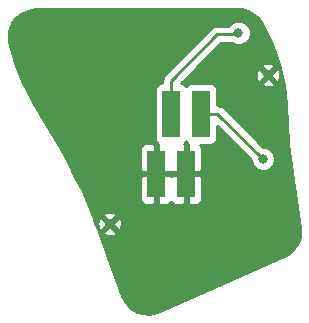
<source format=gbr>
G04 #@! TF.FileFunction,Copper,L2,Bot,Signal*
%FSLAX46Y46*%
G04 Gerber Fmt 4.6, Leading zero omitted, Abs format (unit mm)*
G04 Created by KiCad (PCBNEW (2015-07-06 BZR 5889)-product) date Wed 26 Aug 2015 12:38:22 PM CEST*
%MOMM*%
G01*
G04 APERTURE LIST*
%ADD10C,0.100000*%
%ADD11R,1.500000X4.000000*%
%ADD12C,0.800000*%
%ADD13C,0.250000*%
G04 APERTURE END LIST*
D10*
D11*
X152336500Y-100965000D03*
X149796500Y-100965000D03*
X151066500Y-106045000D03*
X148526500Y-106045000D03*
D12*
X155501100Y-94103600D03*
X158001100Y-97703600D03*
X157601100Y-104803600D03*
X144601100Y-110303600D03*
D13*
X148590000Y-106045000D02*
X148590000Y-104140000D01*
X153712500Y-100965000D02*
X157501100Y-104753600D01*
X152336500Y-100965000D02*
X153712500Y-100965000D01*
X153713900Y-94253600D02*
X155501100Y-94253600D01*
X149796500Y-100965000D02*
X149796500Y-98171000D01*
X149796500Y-98171000D02*
X153713900Y-94253600D01*
X149796500Y-100965000D02*
X149796500Y-102171500D01*
G36*
X155772502Y-92119861D02*
X156063213Y-92169808D01*
X156317896Y-92248405D01*
X156593857Y-92396154D01*
X156860788Y-92564393D01*
X157087076Y-92750500D01*
X157264546Y-92957601D01*
X157441658Y-93216211D01*
X158357065Y-95025006D01*
X158956573Y-96785491D01*
X159319468Y-98516641D01*
X159519455Y-100233009D01*
X159633897Y-101862711D01*
X159735419Y-103475524D01*
X159740837Y-103495956D01*
X159739323Y-103517036D01*
X160041784Y-105931050D01*
X160045497Y-105942217D01*
X160045057Y-105953978D01*
X160413771Y-108253981D01*
X160742167Y-110608528D01*
X160751201Y-110983506D01*
X160710530Y-111356628D01*
X160602240Y-111689537D01*
X160436719Y-112009677D01*
X160235174Y-112314119D01*
X159982927Y-112581205D01*
X159703679Y-112824726D01*
X159355632Y-113010432D01*
X148841052Y-117691823D01*
X148330089Y-117854464D01*
X147886680Y-117906288D01*
X147408656Y-117847901D01*
X146950737Y-117714359D01*
X146532100Y-117493001D01*
X146171652Y-117164552D01*
X145857353Y-116795114D01*
X145662743Y-116358014D01*
X144658678Y-113587513D01*
X144658445Y-113587128D01*
X144658377Y-113586686D01*
X143722295Y-111014240D01*
X144067237Y-111014240D01*
X144092354Y-111216492D01*
X144480428Y-111341691D01*
X144886874Y-111308851D01*
X145109846Y-111216492D01*
X145134963Y-111014240D01*
X144601100Y-110480377D01*
X144067237Y-111014240D01*
X143722295Y-111014240D01*
X143618394Y-110728711D01*
X143611871Y-110717959D01*
X143609504Y-110705608D01*
X143397296Y-110182928D01*
X143563009Y-110182928D01*
X143595849Y-110589374D01*
X143688208Y-110812346D01*
X143890460Y-110837463D01*
X144424323Y-110303600D01*
X144777877Y-110303600D01*
X145311740Y-110837463D01*
X145513992Y-110812346D01*
X145639191Y-110424272D01*
X145606351Y-110017826D01*
X145513992Y-109794854D01*
X145311740Y-109769737D01*
X144777877Y-110303600D01*
X144424323Y-110303600D01*
X144424323Y-110303600D01*
X143890460Y-109769737D01*
X143688208Y-109794854D01*
X143563009Y-110182928D01*
X143397296Y-110182928D01*
X143157769Y-109592960D01*
X144067237Y-109592960D01*
X144601100Y-110126823D01*
X145134963Y-109592960D01*
X145109846Y-109390708D01*
X144721772Y-109265509D01*
X144315326Y-109298349D01*
X144092354Y-109390708D01*
X144067237Y-109592960D01*
X143157769Y-109592960D01*
X142414477Y-107762198D01*
X142400232Y-107740551D01*
X142393440Y-107715540D01*
X141702499Y-106326250D01*
X147151500Y-106326250D01*
X147151500Y-108169320D01*
X147246651Y-108399034D01*
X147422466Y-108574850D01*
X147652180Y-108670000D01*
X148245250Y-108670000D01*
X148401500Y-108513750D01*
X148401500Y-106170000D01*
X148651500Y-106170000D01*
X148651500Y-108513750D01*
X148807750Y-108670000D01*
X149400820Y-108670000D01*
X149630534Y-108574850D01*
X149796500Y-108408883D01*
X149962466Y-108574850D01*
X150192180Y-108670000D01*
X150785250Y-108670000D01*
X150941500Y-108513750D01*
X150941500Y-106170000D01*
X151191500Y-106170000D01*
X151191500Y-108513750D01*
X151347750Y-108670000D01*
X151940820Y-108670000D01*
X152170534Y-108574850D01*
X152346349Y-108399034D01*
X152441500Y-108169320D01*
X152441500Y-106326250D01*
X152285250Y-106170000D01*
X151191500Y-106170000D01*
X150941500Y-106170000D01*
X150941500Y-106170000D01*
X149847750Y-106170000D01*
X149796500Y-106221250D01*
X149745250Y-106170000D01*
X148651500Y-106170000D01*
X148401500Y-106170000D01*
X148401500Y-106170000D01*
X147307750Y-106170000D01*
X147151500Y-106326250D01*
X141702499Y-106326250D01*
X140915421Y-104743659D01*
X140903890Y-104728736D01*
X140897953Y-104710835D01*
X140449095Y-103920680D01*
X147151500Y-103920680D01*
X147151500Y-105763750D01*
X147307750Y-105920000D01*
X148401500Y-105920000D01*
X148401500Y-103576250D01*
X148245250Y-103420000D01*
X147652180Y-103420000D01*
X147422466Y-103515150D01*
X147246651Y-103690966D01*
X147151500Y-103920680D01*
X140449095Y-103920680D01*
X140005027Y-103138959D01*
X139996976Y-103129648D01*
X139992684Y-103118111D01*
X139024975Y-101548561D01*
X138084313Y-99949006D01*
X137577741Y-98965000D01*
X148409256Y-98965000D01*
X148409256Y-102965000D01*
X148455493Y-103203310D01*
X148593081Y-103412763D01*
X148725562Y-103502188D01*
X148651500Y-103576250D01*
X148651500Y-105920000D01*
X149745250Y-105920000D01*
X149796500Y-105868750D01*
X149847750Y-105920000D01*
X150941500Y-105920000D01*
X150941500Y-103576250D01*
X150867161Y-103501911D01*
X150994263Y-103418419D01*
X151066499Y-103311404D01*
X151133081Y-103412763D01*
X151265562Y-103502188D01*
X151191500Y-103576250D01*
X151191500Y-105920000D01*
X152285250Y-105920000D01*
X152441500Y-105763750D01*
X152441500Y-103920680D01*
X152346349Y-103690966D01*
X152257628Y-103602244D01*
X153086500Y-103602244D01*
X153324810Y-103556007D01*
X153534263Y-103418419D01*
X153674469Y-103210709D01*
X153723744Y-102965000D01*
X153723744Y-102036904D01*
X156576025Y-104889185D01*
X156575922Y-105006591D01*
X156731641Y-105383457D01*
X157019726Y-105672046D01*
X157396320Y-105828422D01*
X157804091Y-105828778D01*
X158180957Y-105673059D01*
X158469546Y-105384974D01*
X158625922Y-105008380D01*
X158626278Y-104600609D01*
X158470559Y-104223743D01*
X158182474Y-103935154D01*
X157805880Y-103778778D01*
X157586747Y-103778587D01*
X154242830Y-100434670D01*
X153999513Y-100272090D01*
X153723744Y-100217237D01*
X153723744Y-98965000D01*
X153677507Y-98726690D01*
X153539919Y-98517237D01*
X153387333Y-98414240D01*
X157467237Y-98414240D01*
X157492354Y-98616492D01*
X157880428Y-98741691D01*
X158286874Y-98708851D01*
X158509846Y-98616492D01*
X158534963Y-98414240D01*
X158001100Y-97880377D01*
X157467237Y-98414240D01*
X153387333Y-98414240D01*
X153332209Y-98377031D01*
X153086500Y-98327756D01*
X151586500Y-98327756D01*
X151348190Y-98373993D01*
X151138737Y-98511581D01*
X151066501Y-98618596D01*
X150999919Y-98517237D01*
X150792209Y-98377031D01*
X150674695Y-98353465D01*
X151445232Y-97582928D01*
X156963009Y-97582928D01*
X156995849Y-97989374D01*
X157088208Y-98212346D01*
X157290460Y-98237463D01*
X157824323Y-97703600D01*
X158177877Y-97703600D01*
X158711740Y-98237463D01*
X158913992Y-98212346D01*
X159039191Y-97824272D01*
X159006351Y-97417826D01*
X158913992Y-97194854D01*
X158711740Y-97169737D01*
X158177877Y-97703600D01*
X157824323Y-97703600D01*
X157824323Y-97703600D01*
X157290460Y-97169737D01*
X157088208Y-97194854D01*
X156963009Y-97582928D01*
X151445232Y-97582928D01*
X152035200Y-96992960D01*
X157467237Y-96992960D01*
X158001100Y-97526823D01*
X158534963Y-96992960D01*
X158509846Y-96790708D01*
X158121772Y-96665509D01*
X157715326Y-96698349D01*
X157492354Y-96790708D01*
X157467237Y-96992960D01*
X152035200Y-96992960D01*
X154024560Y-95003600D01*
X154995716Y-95003600D01*
X155296320Y-95128422D01*
X155704091Y-95128778D01*
X156080957Y-94973059D01*
X156369546Y-94684974D01*
X156525922Y-94308380D01*
X156526278Y-93900609D01*
X156370559Y-93523743D01*
X156082474Y-93235154D01*
X155705880Y-93078778D01*
X155298109Y-93078422D01*
X154921243Y-93234141D01*
X154651313Y-93503600D01*
X153713900Y-93503600D01*
X153426887Y-93560690D01*
X153183570Y-93723270D01*
X149266170Y-97640670D01*
X149103590Y-97883987D01*
X149046500Y-98171000D01*
X149046500Y-98327756D01*
X148808190Y-98373993D01*
X148598737Y-98511581D01*
X148458531Y-98719291D01*
X148409256Y-98965000D01*
X137577741Y-98965000D01*
X137250431Y-98329208D01*
X136582527Y-96661704D01*
X136119613Y-94879237D01*
X136065077Y-94411179D01*
X136108728Y-93979621D01*
X136239264Y-93531375D01*
X136445063Y-93151256D01*
X136736806Y-92815442D01*
X137094320Y-92535758D01*
X137516554Y-92317188D01*
X137944361Y-92187343D01*
X138432947Y-92130502D01*
X155436402Y-92104803D01*
X155772502Y-92119861D01*
X155772502Y-92119861D01*
G37*
X155772502Y-92119861D02*
X156063213Y-92169808D01*
X156317896Y-92248405D01*
X156593857Y-92396154D01*
X156860788Y-92564393D01*
X157087076Y-92750500D01*
X157264546Y-92957601D01*
X157441658Y-93216211D01*
X158357065Y-95025006D01*
X158956573Y-96785491D01*
X159319468Y-98516641D01*
X159519455Y-100233009D01*
X159633897Y-101862711D01*
X159735419Y-103475524D01*
X159740837Y-103495956D01*
X159739323Y-103517036D01*
X160041784Y-105931050D01*
X160045497Y-105942217D01*
X160045057Y-105953978D01*
X160413771Y-108253981D01*
X160742167Y-110608528D01*
X160751201Y-110983506D01*
X160710530Y-111356628D01*
X160602240Y-111689537D01*
X160436719Y-112009677D01*
X160235174Y-112314119D01*
X159982927Y-112581205D01*
X159703679Y-112824726D01*
X159355632Y-113010432D01*
X148841052Y-117691823D01*
X148330089Y-117854464D01*
X147886680Y-117906288D01*
X147408656Y-117847901D01*
X146950737Y-117714359D01*
X146532100Y-117493001D01*
X146171652Y-117164552D01*
X145857353Y-116795114D01*
X145662743Y-116358014D01*
X144658678Y-113587513D01*
X144658445Y-113587128D01*
X144658377Y-113586686D01*
X143722295Y-111014240D01*
X144067237Y-111014240D01*
X144092354Y-111216492D01*
X144480428Y-111341691D01*
X144886874Y-111308851D01*
X145109846Y-111216492D01*
X145134963Y-111014240D01*
X144601100Y-110480377D01*
X144067237Y-111014240D01*
X143722295Y-111014240D01*
X143618394Y-110728711D01*
X143611871Y-110717959D01*
X143609504Y-110705608D01*
X143397296Y-110182928D01*
X143563009Y-110182928D01*
X143595849Y-110589374D01*
X143688208Y-110812346D01*
X143890460Y-110837463D01*
X144424323Y-110303600D01*
X144777877Y-110303600D01*
X145311740Y-110837463D01*
X145513992Y-110812346D01*
X145639191Y-110424272D01*
X145606351Y-110017826D01*
X145513992Y-109794854D01*
X145311740Y-109769737D01*
X144777877Y-110303600D01*
X144424323Y-110303600D01*
X144424323Y-110303600D01*
X143890460Y-109769737D01*
X143688208Y-109794854D01*
X143563009Y-110182928D01*
X143397296Y-110182928D01*
X143157769Y-109592960D01*
X144067237Y-109592960D01*
X144601100Y-110126823D01*
X145134963Y-109592960D01*
X145109846Y-109390708D01*
X144721772Y-109265509D01*
X144315326Y-109298349D01*
X144092354Y-109390708D01*
X144067237Y-109592960D01*
X143157769Y-109592960D01*
X142414477Y-107762198D01*
X142400232Y-107740551D01*
X142393440Y-107715540D01*
X141702499Y-106326250D01*
X147151500Y-106326250D01*
X147151500Y-108169320D01*
X147246651Y-108399034D01*
X147422466Y-108574850D01*
X147652180Y-108670000D01*
X148245250Y-108670000D01*
X148401500Y-108513750D01*
X148401500Y-106170000D01*
X148651500Y-106170000D01*
X148651500Y-108513750D01*
X148807750Y-108670000D01*
X149400820Y-108670000D01*
X149630534Y-108574850D01*
X149796500Y-108408883D01*
X149962466Y-108574850D01*
X150192180Y-108670000D01*
X150785250Y-108670000D01*
X150941500Y-108513750D01*
X150941500Y-106170000D01*
X151191500Y-106170000D01*
X151191500Y-108513750D01*
X151347750Y-108670000D01*
X151940820Y-108670000D01*
X152170534Y-108574850D01*
X152346349Y-108399034D01*
X152441500Y-108169320D01*
X152441500Y-106326250D01*
X152285250Y-106170000D01*
X151191500Y-106170000D01*
X150941500Y-106170000D01*
X150941500Y-106170000D01*
X149847750Y-106170000D01*
X149796500Y-106221250D01*
X149745250Y-106170000D01*
X148651500Y-106170000D01*
X148401500Y-106170000D01*
X148401500Y-106170000D01*
X147307750Y-106170000D01*
X147151500Y-106326250D01*
X141702499Y-106326250D01*
X140915421Y-104743659D01*
X140903890Y-104728736D01*
X140897953Y-104710835D01*
X140449095Y-103920680D01*
X147151500Y-103920680D01*
X147151500Y-105763750D01*
X147307750Y-105920000D01*
X148401500Y-105920000D01*
X148401500Y-103576250D01*
X148245250Y-103420000D01*
X147652180Y-103420000D01*
X147422466Y-103515150D01*
X147246651Y-103690966D01*
X147151500Y-103920680D01*
X140449095Y-103920680D01*
X140005027Y-103138959D01*
X139996976Y-103129648D01*
X139992684Y-103118111D01*
X139024975Y-101548561D01*
X138084313Y-99949006D01*
X137577741Y-98965000D01*
X148409256Y-98965000D01*
X148409256Y-102965000D01*
X148455493Y-103203310D01*
X148593081Y-103412763D01*
X148725562Y-103502188D01*
X148651500Y-103576250D01*
X148651500Y-105920000D01*
X149745250Y-105920000D01*
X149796500Y-105868750D01*
X149847750Y-105920000D01*
X150941500Y-105920000D01*
X150941500Y-103576250D01*
X150867161Y-103501911D01*
X150994263Y-103418419D01*
X151066499Y-103311404D01*
X151133081Y-103412763D01*
X151265562Y-103502188D01*
X151191500Y-103576250D01*
X151191500Y-105920000D01*
X152285250Y-105920000D01*
X152441500Y-105763750D01*
X152441500Y-103920680D01*
X152346349Y-103690966D01*
X152257628Y-103602244D01*
X153086500Y-103602244D01*
X153324810Y-103556007D01*
X153534263Y-103418419D01*
X153674469Y-103210709D01*
X153723744Y-102965000D01*
X153723744Y-102036904D01*
X156576025Y-104889185D01*
X156575922Y-105006591D01*
X156731641Y-105383457D01*
X157019726Y-105672046D01*
X157396320Y-105828422D01*
X157804091Y-105828778D01*
X158180957Y-105673059D01*
X158469546Y-105384974D01*
X158625922Y-105008380D01*
X158626278Y-104600609D01*
X158470559Y-104223743D01*
X158182474Y-103935154D01*
X157805880Y-103778778D01*
X157586747Y-103778587D01*
X154242830Y-100434670D01*
X153999513Y-100272090D01*
X153723744Y-100217237D01*
X153723744Y-98965000D01*
X153677507Y-98726690D01*
X153539919Y-98517237D01*
X153387333Y-98414240D01*
X157467237Y-98414240D01*
X157492354Y-98616492D01*
X157880428Y-98741691D01*
X158286874Y-98708851D01*
X158509846Y-98616492D01*
X158534963Y-98414240D01*
X158001100Y-97880377D01*
X157467237Y-98414240D01*
X153387333Y-98414240D01*
X153332209Y-98377031D01*
X153086500Y-98327756D01*
X151586500Y-98327756D01*
X151348190Y-98373993D01*
X151138737Y-98511581D01*
X151066501Y-98618596D01*
X150999919Y-98517237D01*
X150792209Y-98377031D01*
X150674695Y-98353465D01*
X151445232Y-97582928D01*
X156963009Y-97582928D01*
X156995849Y-97989374D01*
X157088208Y-98212346D01*
X157290460Y-98237463D01*
X157824323Y-97703600D01*
X158177877Y-97703600D01*
X158711740Y-98237463D01*
X158913992Y-98212346D01*
X159039191Y-97824272D01*
X159006351Y-97417826D01*
X158913992Y-97194854D01*
X158711740Y-97169737D01*
X158177877Y-97703600D01*
X157824323Y-97703600D01*
X157824323Y-97703600D01*
X157290460Y-97169737D01*
X157088208Y-97194854D01*
X156963009Y-97582928D01*
X151445232Y-97582928D01*
X152035200Y-96992960D01*
X157467237Y-96992960D01*
X158001100Y-97526823D01*
X158534963Y-96992960D01*
X158509846Y-96790708D01*
X158121772Y-96665509D01*
X157715326Y-96698349D01*
X157492354Y-96790708D01*
X157467237Y-96992960D01*
X152035200Y-96992960D01*
X154024560Y-95003600D01*
X154995716Y-95003600D01*
X155296320Y-95128422D01*
X155704091Y-95128778D01*
X156080957Y-94973059D01*
X156369546Y-94684974D01*
X156525922Y-94308380D01*
X156526278Y-93900609D01*
X156370559Y-93523743D01*
X156082474Y-93235154D01*
X155705880Y-93078778D01*
X155298109Y-93078422D01*
X154921243Y-93234141D01*
X154651313Y-93503600D01*
X153713900Y-93503600D01*
X153426887Y-93560690D01*
X153183570Y-93723270D01*
X149266170Y-97640670D01*
X149103590Y-97883987D01*
X149046500Y-98171000D01*
X149046500Y-98327756D01*
X148808190Y-98373993D01*
X148598737Y-98511581D01*
X148458531Y-98719291D01*
X148409256Y-98965000D01*
X137577741Y-98965000D01*
X137250431Y-98329208D01*
X136582527Y-96661704D01*
X136119613Y-94879237D01*
X136065077Y-94411179D01*
X136108728Y-93979621D01*
X136239264Y-93531375D01*
X136445063Y-93151256D01*
X136736806Y-92815442D01*
X137094320Y-92535758D01*
X137516554Y-92317188D01*
X137944361Y-92187343D01*
X138432947Y-92130502D01*
X155436402Y-92104803D01*
X155772502Y-92119861D01*
M02*

</source>
